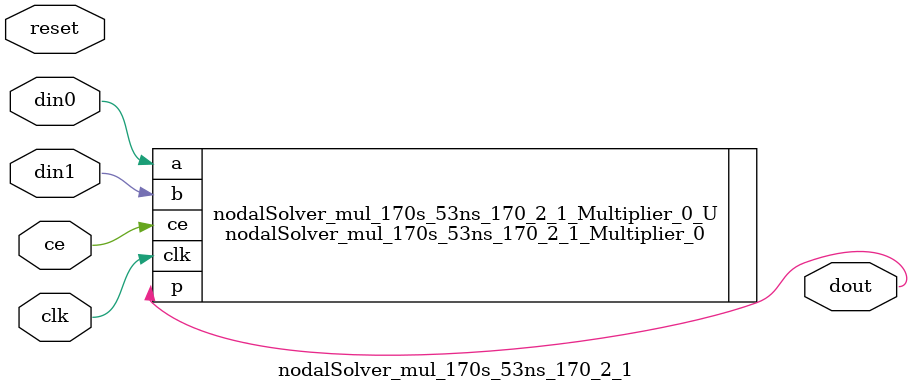
<source format=v>
`timescale 1 ns / 1 ps
module nodalSolver_mul_170s_53ns_170_2_1(
    clk,
    reset,
    ce,
    din0,
    din1,
    dout);

parameter ID = 32'd1;
parameter NUM_STAGE = 32'd1;
parameter din0_WIDTH = 32'd1;
parameter din1_WIDTH = 32'd1;
parameter dout_WIDTH = 32'd1;
input clk;
input reset;
input ce;
input[din0_WIDTH - 1:0] din0;
input[din1_WIDTH - 1:0] din1;
output[dout_WIDTH - 1:0] dout;



nodalSolver_mul_170s_53ns_170_2_1_Multiplier_0 nodalSolver_mul_170s_53ns_170_2_1_Multiplier_0_U(
    .clk( clk ),
    .ce( ce ),
    .a( din0 ),
    .b( din1 ),
    .p( dout ));

endmodule

</source>
